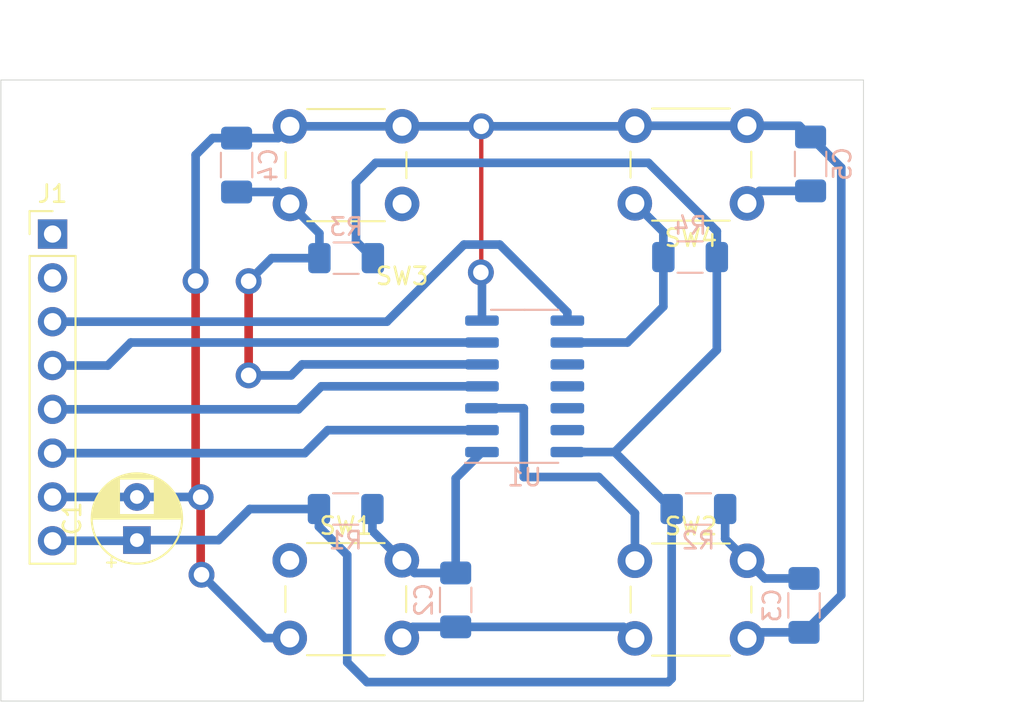
<source format=kicad_pcb>
(kicad_pcb (version 20171130) (host pcbnew "(5.1.9)-1")

  (general
    (thickness 1.6)
    (drawings 11)
    (tracks 114)
    (zones 0)
    (modules 15)
    (nets 13)
  )

  (page A4)
  (layers
    (0 F.Cu signal)
    (31 B.Cu signal)
    (32 B.Adhes user)
    (33 F.Adhes user)
    (34 B.Paste user)
    (35 F.Paste user)
    (36 B.SilkS user hide)
    (37 F.SilkS user)
    (38 B.Mask user)
    (39 F.Mask user)
    (40 Dwgs.User user)
    (41 Cmts.User user)
    (42 Eco1.User user)
    (43 Eco2.User user)
    (44 Edge.Cuts user)
    (45 Margin user)
    (46 B.CrtYd user)
    (47 F.CrtYd user)
    (48 B.Fab user hide)
    (49 F.Fab user hide)
  )

  (setup
    (last_trace_width 0.5)
    (user_trace_width 0.5)
    (trace_clearance 0.2)
    (zone_clearance 0.508)
    (zone_45_only no)
    (trace_min 0.2)
    (via_size 0.8)
    (via_drill 0.4)
    (via_min_size 0.4)
    (via_min_drill 0.3)
    (user_via 1.5 0.9)
    (uvia_size 0.3)
    (uvia_drill 0.1)
    (uvias_allowed no)
    (uvia_min_size 0.2)
    (uvia_min_drill 0.1)
    (edge_width 0.05)
    (segment_width 0.2)
    (pcb_text_width 0.3)
    (pcb_text_size 1.5 1.5)
    (mod_edge_width 0.12)
    (mod_text_size 1 1)
    (mod_text_width 0.15)
    (pad_size 1.325 1.8)
    (pad_drill 0)
    (pad_to_mask_clearance 0)
    (aux_axis_origin 80 70)
    (visible_elements 7FFFFFFF)
    (pcbplotparams
      (layerselection 0x010fc_ffffffff)
      (usegerberextensions false)
      (usegerberattributes true)
      (usegerberadvancedattributes true)
      (creategerberjobfile true)
      (excludeedgelayer true)
      (linewidth 0.100000)
      (plotframeref false)
      (viasonmask false)
      (mode 1)
      (useauxorigin false)
      (hpglpennumber 1)
      (hpglpenspeed 20)
      (hpglpendiameter 15.000000)
      (psnegative false)
      (psa4output false)
      (plotreference true)
      (plotvalue true)
      (plotinvisibletext false)
      (padsonsilk false)
      (subtractmaskfromsilk false)
      (outputformat 1)
      (mirror false)
      (drillshape 1)
      (scaleselection 1)
      (outputdirectory ""))
  )

  (net 0 "")
  (net 1 GND)
  (net 2 +3V3)
  (net 3 "Net-(C2-Pad1)")
  (net 4 "Net-(C3-Pad1)")
  (net 5 "Net-(C4-Pad1)")
  (net 6 "Net-(C5-Pad1)")
  (net 7 D1)
  (net 8 D2)
  (net 9 D3)
  (net 10 D4)
  (net 11 "Net-(J1-Pad2)")
  (net 12 "Net-(J1-Pad1)")

  (net_class Default "This is the default net class."
    (clearance 0.2)
    (trace_width 0.25)
    (via_dia 0.8)
    (via_drill 0.4)
    (uvia_dia 0.3)
    (uvia_drill 0.1)
    (add_net +3V3)
    (add_net D1)
    (add_net D2)
    (add_net D3)
    (add_net D4)
    (add_net GND)
    (add_net "Net-(C2-Pad1)")
    (add_net "Net-(C3-Pad1)")
    (add_net "Net-(C4-Pad1)")
    (add_net "Net-(C5-Pad1)")
    (add_net "Net-(J1-Pad1)")
    (add_net "Net-(J1-Pad2)")
  )

  (module Connector_PinHeader_2.54mm:PinHeader_1x08_P2.54mm_Vertical (layer F.Cu) (tedit 59FED5CC) (tstamp 6020954B)
    (at 82.9945 78.9305)
    (descr "Through hole straight pin header, 1x08, 2.54mm pitch, single row")
    (tags "Through hole pin header THT 1x08 2.54mm single row")
    (path /6022FCD8)
    (fp_text reference J1 (at 0 -2.33) (layer F.SilkS)
      (effects (font (size 1 1) (thickness 0.15)))
    )
    (fp_text value Conn_01x08_Male (at 0 20.11) (layer F.Fab)
      (effects (font (size 1 1) (thickness 0.15)))
    )
    (fp_text user %R (at 0 8.89 90) (layer F.Fab)
      (effects (font (size 1 1) (thickness 0.15)))
    )
    (fp_line (start -0.635 -1.27) (end 1.27 -1.27) (layer F.Fab) (width 0.1))
    (fp_line (start 1.27 -1.27) (end 1.27 19.05) (layer F.Fab) (width 0.1))
    (fp_line (start 1.27 19.05) (end -1.27 19.05) (layer F.Fab) (width 0.1))
    (fp_line (start -1.27 19.05) (end -1.27 -0.635) (layer F.Fab) (width 0.1))
    (fp_line (start -1.27 -0.635) (end -0.635 -1.27) (layer F.Fab) (width 0.1))
    (fp_line (start -1.33 19.11) (end 1.33 19.11) (layer F.SilkS) (width 0.12))
    (fp_line (start -1.33 1.27) (end -1.33 19.11) (layer F.SilkS) (width 0.12))
    (fp_line (start 1.33 1.27) (end 1.33 19.11) (layer F.SilkS) (width 0.12))
    (fp_line (start -1.33 1.27) (end 1.33 1.27) (layer F.SilkS) (width 0.12))
    (fp_line (start -1.33 0) (end -1.33 -1.33) (layer F.SilkS) (width 0.12))
    (fp_line (start -1.33 -1.33) (end 0 -1.33) (layer F.SilkS) (width 0.12))
    (fp_line (start -1.8 -1.8) (end -1.8 19.55) (layer F.CrtYd) (width 0.05))
    (fp_line (start -1.8 19.55) (end 1.8 19.55) (layer F.CrtYd) (width 0.05))
    (fp_line (start 1.8 19.55) (end 1.8 -1.8) (layer F.CrtYd) (width 0.05))
    (fp_line (start 1.8 -1.8) (end -1.8 -1.8) (layer F.CrtYd) (width 0.05))
    (pad 8 thru_hole oval (at 0 17.78) (size 1.7 1.7) (drill 1) (layers *.Cu *.Mask)
      (net 2 +3V3))
    (pad 7 thru_hole oval (at 0 15.24) (size 1.7 1.7) (drill 1) (layers *.Cu *.Mask)
      (net 1 GND))
    (pad 6 thru_hole oval (at 0 12.7) (size 1.7 1.7) (drill 1) (layers *.Cu *.Mask)
      (net 7 D1))
    (pad 5 thru_hole oval (at 0 10.16) (size 1.7 1.7) (drill 1) (layers *.Cu *.Mask)
      (net 8 D2))
    (pad 4 thru_hole oval (at 0 7.62) (size 1.7 1.7) (drill 1) (layers *.Cu *.Mask)
      (net 9 D3))
    (pad 3 thru_hole oval (at 0 5.08) (size 1.7 1.7) (drill 1) (layers *.Cu *.Mask)
      (net 10 D4))
    (pad 2 thru_hole oval (at 0 2.54) (size 1.7 1.7) (drill 1) (layers *.Cu *.Mask)
      (net 11 "Net-(J1-Pad2)"))
    (pad 1 thru_hole rect (at 0 0) (size 1.7 1.7) (drill 1) (layers *.Cu *.Mask)
      (net 12 "Net-(J1-Pad1)"))
    (model ${KISYS3DMOD}/Connector_PinHeader_2.54mm.3dshapes/PinHeader_1x08_P2.54mm_Vertical.wrl
      (at (xyz 0 0 0))
      (scale (xyz 1 1 1))
      (rotate (xyz 0 0 0))
    )
  )

  (module Button_Switch_THT:SW_PUSH_6mm_H5mm locked (layer F.Cu) (tedit 60224186) (tstamp 602095EC)
    (at 100 75 180)
    (descr "tactile push button, 6x6mm e.g. PHAP33xx series, height=5mm")
    (tags "tact sw push 6mm")
    (path /6025BD18)
    (fp_text reference SW3 (at -3.25748 -6.3688) (layer F.SilkS)
      (effects (font (size 1 1) (thickness 0.15)))
    )
    (fp_text value SW_Push (at -2.75748 2.3312) (layer F.Fab)
      (effects (font (size 1 1) (thickness 0.15)))
    )
    (fp_text user %R (at -3.25748 -2.1188) (layer F.Fab)
      (effects (font (size 1 1) (thickness 0.15)))
    )
    (fp_line (start -0.00628 -2.9344) (end 2.99372 -2.9344) (layer F.Fab) (width 0.1))
    (fp_line (start 2.99372 -2.9344) (end 2.99372 3.0656) (layer F.Fab) (width 0.1))
    (fp_line (start 2.99372 3.0656) (end -3.00628 3.0656) (layer F.Fab) (width 0.1))
    (fp_line (start -3.00628 3.0656) (end -3.00628 -2.9344) (layer F.Fab) (width 0.1))
    (fp_line (start -3.00628 -2.9344) (end -0.00628 -2.9344) (layer F.Fab) (width 0.1))
    (fp_line (start 4.49372 3.8156) (end 4.74372 3.8156) (layer F.CrtYd) (width 0.05))
    (fp_line (start 4.74372 3.8156) (end 4.74372 3.5656) (layer F.CrtYd) (width 0.05))
    (fp_line (start 4.49372 -3.6844) (end 4.74372 -3.6844) (layer F.CrtYd) (width 0.05))
    (fp_line (start 4.74372 -3.6844) (end 4.74372 -3.4344) (layer F.CrtYd) (width 0.05))
    (fp_line (start -4.75628 -3.4344) (end -4.75628 -3.6844) (layer F.CrtYd) (width 0.05))
    (fp_line (start -4.75628 -3.6844) (end -4.50628 -3.6844) (layer F.CrtYd) (width 0.05))
    (fp_line (start -4.75628 3.5656) (end -4.75628 3.8156) (layer F.CrtYd) (width 0.05))
    (fp_line (start -4.75628 3.8156) (end -4.50628 3.8156) (layer F.CrtYd) (width 0.05))
    (fp_line (start -4.50628 -3.6844) (end 4.49372 -3.6844) (layer F.CrtYd) (width 0.05))
    (fp_line (start -4.75628 3.5656) (end -4.75628 -3.4344) (layer F.CrtYd) (width 0.05))
    (fp_line (start 4.49372 3.8156) (end -4.50628 3.8156) (layer F.CrtYd) (width 0.05))
    (fp_line (start 4.74372 -3.4344) (end 4.74372 3.5656) (layer F.CrtYd) (width 0.05))
    (fp_line (start -2.25628 3.3156) (end 2.24372 3.3156) (layer F.SilkS) (width 0.12))
    (fp_line (start -3.50628 -0.6844) (end -3.50628 0.8156) (layer F.SilkS) (width 0.12))
    (fp_line (start 2.24372 -3.1844) (end -2.25628 -3.1844) (layer F.SilkS) (width 0.12))
    (fp_line (start 3.49372 0.8156) (end 3.49372 -0.6844) (layer F.SilkS) (width 0.12))
    (fp_circle (center -0.00628 0.0656) (end -2.00628 0.3156) (layer F.Fab) (width 0.1))
    (pad 1 thru_hole circle (at 3.24372 -2.1844 270) (size 2 2) (drill 1.1) (layers *.Cu *.Mask)
      (net 5 "Net-(C4-Pad1)"))
    (pad 2 thru_hole circle (at 3.24372 2.3156 270) (size 2 2) (drill 1.1) (layers *.Cu *.Mask)
      (net 1 GND))
    (pad 1 thru_hole circle (at -3.25628 -2.1844 270) (size 2 2) (drill 1.1) (layers *.Cu *.Mask)
      (net 5 "Net-(C4-Pad1)"))
    (pad 2 thru_hole circle (at -3.25628 2.3156 270) (size 2 2) (drill 1.1) (layers *.Cu *.Mask)
      (net 1 GND))
    (model ${KISYS3DMOD}/Button_Switch_THT.3dshapes/SW_PUSH_6mm_H5mm.wrl
      (at (xyz 0 0 0))
      (scale (xyz 1 1 1))
      (rotate (xyz 0 0 0))
    )
  )

  (module Button_Switch_THT:SW_PUSH_6mm_H5mm locked (layer F.Cu) (tedit 6022412C) (tstamp 602095CD)
    (at 120 100)
    (descr "tactile push button, 6x6mm e.g. PHAP33xx series, height=5mm")
    (tags "tact sw push 6mm")
    (path /6025AFC8)
    (fp_text reference SW2 (at 0.00388 -4.13106) (layer F.SilkS)
      (effects (font (size 1 1) (thickness 0.15)))
    )
    (fp_text value SW_Push (at 0.50388 4.56894) (layer F.Fab)
      (effects (font (size 1 1) (thickness 0.15)))
    )
    (fp_text user %R (at 0.00388 0.11894) (layer F.Fab)
      (effects (font (size 1 1) (thickness 0.15)))
    )
    (fp_line (start 0.00388 -2.88106) (end 3.00388 -2.88106) (layer F.Fab) (width 0.1))
    (fp_line (start 3.00388 -2.88106) (end 3.00388 3.11894) (layer F.Fab) (width 0.1))
    (fp_line (start 3.00388 3.11894) (end -2.99612 3.11894) (layer F.Fab) (width 0.1))
    (fp_line (start -2.99612 3.11894) (end -2.99612 -2.88106) (layer F.Fab) (width 0.1))
    (fp_line (start -2.99612 -2.88106) (end 0.00388 -2.88106) (layer F.Fab) (width 0.1))
    (fp_line (start 4.50388 3.86894) (end 4.75388 3.86894) (layer F.CrtYd) (width 0.05))
    (fp_line (start 4.75388 3.86894) (end 4.75388 3.61894) (layer F.CrtYd) (width 0.05))
    (fp_line (start 4.50388 -3.63106) (end 4.75388 -3.63106) (layer F.CrtYd) (width 0.05))
    (fp_line (start 4.75388 -3.63106) (end 4.75388 -3.38106) (layer F.CrtYd) (width 0.05))
    (fp_line (start -4.74612 -3.38106) (end -4.74612 -3.63106) (layer F.CrtYd) (width 0.05))
    (fp_line (start -4.74612 -3.63106) (end -4.49612 -3.63106) (layer F.CrtYd) (width 0.05))
    (fp_line (start -4.74612 3.61894) (end -4.74612 3.86894) (layer F.CrtYd) (width 0.05))
    (fp_line (start -4.74612 3.86894) (end -4.49612 3.86894) (layer F.CrtYd) (width 0.05))
    (fp_line (start -4.49612 -3.63106) (end 4.50388 -3.63106) (layer F.CrtYd) (width 0.05))
    (fp_line (start -4.74612 3.61894) (end -4.74612 -3.38106) (layer F.CrtYd) (width 0.05))
    (fp_line (start 4.50388 3.86894) (end -4.49612 3.86894) (layer F.CrtYd) (width 0.05))
    (fp_line (start 4.75388 -3.38106) (end 4.75388 3.61894) (layer F.CrtYd) (width 0.05))
    (fp_line (start -2.24612 3.36894) (end 2.25388 3.36894) (layer F.SilkS) (width 0.12))
    (fp_line (start -3.49612 -0.63106) (end -3.49612 0.86894) (layer F.SilkS) (width 0.12))
    (fp_line (start 2.25388 -3.13106) (end -2.24612 -3.13106) (layer F.SilkS) (width 0.12))
    (fp_line (start 3.50388 0.86894) (end 3.50388 -0.63106) (layer F.SilkS) (width 0.12))
    (fp_circle (center 0.00388 0.11894) (end -1.99612 0.36894) (layer F.Fab) (width 0.1))
    (pad 1 thru_hole circle (at 3.25388 -2.13106 90) (size 2 2) (drill 1.1) (layers *.Cu *.Mask)
      (net 4 "Net-(C3-Pad1)"))
    (pad 2 thru_hole circle (at 3.25388 2.36894 90) (size 2 2) (drill 1.1) (layers *.Cu *.Mask)
      (net 1 GND))
    (pad 1 thru_hole circle (at -3.24612 -2.13106 90) (size 2 2) (drill 1.1) (layers *.Cu *.Mask)
      (net 4 "Net-(C3-Pad1)"))
    (pad 2 thru_hole circle (at -3.24612 2.36894 90) (size 2 2) (drill 1.1) (layers *.Cu *.Mask)
      (net 1 GND))
    (model ${KISYS3DMOD}/Button_Switch_THT.3dshapes/SW_PUSH_6mm_H5mm.wrl
      (at (xyz 0 0 0))
      (scale (xyz 1 1 1))
      (rotate (xyz 0 0 0))
    )
  )

  (module Button_Switch_THT:SW_PUSH_6mm_H5mm locked (layer F.Cu) (tedit 60224115) (tstamp 602095AE)
    (at 100 100)
    (descr "tactile push button, 6x6mm e.g. PHAP33xx series, height=5mm")
    (tags "tact sw push 6mm")
    (path /602575F7)
    (fp_text reference SW1 (at -0.00628 -4.15646) (layer F.SilkS)
      (effects (font (size 1 1) (thickness 0.15)))
    )
    (fp_text value SW_Push (at 0.49372 4.54354) (layer F.Fab)
      (effects (font (size 1 1) (thickness 0.15)))
    )
    (fp_text user %R (at -0.00628 0.09354) (layer F.Fab)
      (effects (font (size 1 1) (thickness 0.15)))
    )
    (fp_line (start -0.00628 -2.90646) (end 2.99372 -2.90646) (layer F.Fab) (width 0.1))
    (fp_line (start 2.99372 -2.90646) (end 2.99372 3.09354) (layer F.Fab) (width 0.1))
    (fp_line (start 2.99372 3.09354) (end -3.00628 3.09354) (layer F.Fab) (width 0.1))
    (fp_line (start -3.00628 3.09354) (end -3.00628 -2.90646) (layer F.Fab) (width 0.1))
    (fp_line (start -3.00628 -2.90646) (end -0.00628 -2.90646) (layer F.Fab) (width 0.1))
    (fp_line (start 4.49372 3.84354) (end 4.74372 3.84354) (layer F.CrtYd) (width 0.05))
    (fp_line (start 4.74372 3.84354) (end 4.74372 3.59354) (layer F.CrtYd) (width 0.05))
    (fp_line (start 4.49372 -3.65646) (end 4.74372 -3.65646) (layer F.CrtYd) (width 0.05))
    (fp_line (start 4.74372 -3.65646) (end 4.74372 -3.40646) (layer F.CrtYd) (width 0.05))
    (fp_line (start -4.75628 -3.40646) (end -4.75628 -3.65646) (layer F.CrtYd) (width 0.05))
    (fp_line (start -4.75628 -3.65646) (end -4.50628 -3.65646) (layer F.CrtYd) (width 0.05))
    (fp_line (start -4.75628 3.59354) (end -4.75628 3.84354) (layer F.CrtYd) (width 0.05))
    (fp_line (start -4.75628 3.84354) (end -4.50628 3.84354) (layer F.CrtYd) (width 0.05))
    (fp_line (start -4.50628 -3.65646) (end 4.49372 -3.65646) (layer F.CrtYd) (width 0.05))
    (fp_line (start -4.75628 3.59354) (end -4.75628 -3.40646) (layer F.CrtYd) (width 0.05))
    (fp_line (start 4.49372 3.84354) (end -4.50628 3.84354) (layer F.CrtYd) (width 0.05))
    (fp_line (start 4.74372 -3.40646) (end 4.74372 3.59354) (layer F.CrtYd) (width 0.05))
    (fp_line (start -2.25628 3.34354) (end 2.24372 3.34354) (layer F.SilkS) (width 0.12))
    (fp_line (start -3.50628 -0.65646) (end -3.50628 0.84354) (layer F.SilkS) (width 0.12))
    (fp_line (start 2.24372 -3.15646) (end -2.25628 -3.15646) (layer F.SilkS) (width 0.12))
    (fp_line (start 3.49372 0.84354) (end 3.49372 -0.65646) (layer F.SilkS) (width 0.12))
    (fp_circle (center -0.00628 0.09354) (end -2.00628 0.34354) (layer F.Fab) (width 0.1))
    (pad 1 thru_hole circle (at 3.24372 -2.15646 90) (size 2 2) (drill 1.1) (layers *.Cu *.Mask)
      (net 3 "Net-(C2-Pad1)"))
    (pad 2 thru_hole circle (at 3.24372 2.34354 90) (size 2 2) (drill 1.1) (layers *.Cu *.Mask)
      (net 1 GND))
    (pad 1 thru_hole circle (at -3.25628 -2.15646 90) (size 2 2) (drill 1.1) (layers *.Cu *.Mask)
      (net 3 "Net-(C2-Pad1)"))
    (pad 2 thru_hole circle (at -3.25628 2.34354 90) (size 2 2) (drill 1.1) (layers *.Cu *.Mask)
      (net 1 GND))
    (model ${KISYS3DMOD}/Button_Switch_THT.3dshapes/SW_PUSH_6mm_H5mm.wrl
      (at (xyz 0 0 0))
      (scale (xyz 1 1 1))
      (rotate (xyz 0 0 0))
    )
  )

  (module Button_Switch_THT:SW_PUSH_6mm_H5mm locked (layer F.Cu) (tedit 602240F4) (tstamp 6020960B)
    (at 120 75 180)
    (descr "tactile push button, 6x6mm e.g. PHAP33xx series, height=5mm")
    (tags "tact sw push 6mm")
    (path /6025C40F)
    (fp_text reference SW4 (at 0.00134 -4.15392 180) (layer F.SilkS)
      (effects (font (size 1 1) (thickness 0.15)))
    )
    (fp_text value SW_Push (at 0.50134 4.54608 180) (layer F.Fab)
      (effects (font (size 1 1) (thickness 0.15)))
    )
    (fp_text user %R (at 0.00134 0.09608 180) (layer F.Fab)
      (effects (font (size 1 1) (thickness 0.15)))
    )
    (fp_line (start 0.00134 -2.90392) (end 3.00134 -2.90392) (layer F.Fab) (width 0.1))
    (fp_line (start 3.00134 -2.90392) (end 3.00134 3.09608) (layer F.Fab) (width 0.1))
    (fp_line (start 3.00134 3.09608) (end -2.99866 3.09608) (layer F.Fab) (width 0.1))
    (fp_line (start -2.99866 3.09608) (end -2.99866 -2.90392) (layer F.Fab) (width 0.1))
    (fp_line (start -2.99866 -2.90392) (end 0.00134 -2.90392) (layer F.Fab) (width 0.1))
    (fp_line (start 4.50134 3.84608) (end 4.75134 3.84608) (layer F.CrtYd) (width 0.05))
    (fp_line (start 4.75134 3.84608) (end 4.75134 3.59608) (layer F.CrtYd) (width 0.05))
    (fp_line (start 4.50134 -3.65392) (end 4.75134 -3.65392) (layer F.CrtYd) (width 0.05))
    (fp_line (start 4.75134 -3.65392) (end 4.75134 -3.40392) (layer F.CrtYd) (width 0.05))
    (fp_line (start -4.74866 -3.40392) (end -4.74866 -3.65392) (layer F.CrtYd) (width 0.05))
    (fp_line (start -4.74866 -3.65392) (end -4.49866 -3.65392) (layer F.CrtYd) (width 0.05))
    (fp_line (start -4.74866 3.59608) (end -4.74866 3.84608) (layer F.CrtYd) (width 0.05))
    (fp_line (start -4.74866 3.84608) (end -4.49866 3.84608) (layer F.CrtYd) (width 0.05))
    (fp_line (start -4.49866 -3.65392) (end 4.50134 -3.65392) (layer F.CrtYd) (width 0.05))
    (fp_line (start -4.74866 3.59608) (end -4.74866 -3.40392) (layer F.CrtYd) (width 0.05))
    (fp_line (start 4.50134 3.84608) (end -4.49866 3.84608) (layer F.CrtYd) (width 0.05))
    (fp_line (start 4.75134 -3.40392) (end 4.75134 3.59608) (layer F.CrtYd) (width 0.05))
    (fp_line (start -2.24866 3.34608) (end 2.25134 3.34608) (layer F.SilkS) (width 0.12))
    (fp_line (start -3.49866 -0.65392) (end -3.49866 0.84608) (layer F.SilkS) (width 0.12))
    (fp_line (start 2.25134 -3.15392) (end -2.24866 -3.15392) (layer F.SilkS) (width 0.12))
    (fp_line (start 3.50134 0.84608) (end 3.50134 -0.65392) (layer F.SilkS) (width 0.12))
    (fp_circle (center 0.00134 0.09608) (end -1.99866 0.34608) (layer F.Fab) (width 0.1))
    (pad 1 thru_hole circle (at 3.25134 -2.15392 270) (size 2 2) (drill 1.1) (layers *.Cu *.Mask)
      (net 6 "Net-(C5-Pad1)"))
    (pad 2 thru_hole circle (at 3.25134 2.34608 270) (size 2 2) (drill 1.1) (layers *.Cu *.Mask)
      (net 1 GND))
    (pad 1 thru_hole circle (at -3.24866 -2.15392 270) (size 2 2) (drill 1.1) (layers *.Cu *.Mask)
      (net 6 "Net-(C5-Pad1)"))
    (pad 2 thru_hole circle (at -3.24866 2.34608 270) (size 2 2) (drill 1.1) (layers *.Cu *.Mask)
      (net 1 GND))
    (model ${KISYS3DMOD}/Button_Switch_THT.3dshapes/SW_PUSH_6mm_H5mm.wrl
      (at (xyz 0 0 0))
      (scale (xyz 1 1 1))
      (rotate (xyz 0 0 0))
    )
  )

  (module Package_SO:SOIC-14_3.9x8.7mm_P1.27mm (layer B.Cu) (tedit 5D9F72B1) (tstamp 6020962B)
    (at 110.3615 87.757)
    (descr "SOIC, 14 Pin (JEDEC MS-012AB, https://www.analog.com/media/en/package-pcb-resources/package/pkg_pdf/soic_narrow-r/r_14.pdf), generated with kicad-footprint-generator ipc_gullwing_generator.py")
    (tags "SOIC SO")
    (path /601ECBB1)
    (attr smd)
    (fp_text reference U1 (at 0 5.28 180) (layer B.SilkS)
      (effects (font (size 1 1) (thickness 0.15)) (justify mirror))
    )
    (fp_text value 74HC14 (at 0 -5.28 180) (layer B.Fab)
      (effects (font (size 1 1) (thickness 0.15)) (justify mirror))
    )
    (fp_text user %R (at 0 0 180) (layer B.Fab)
      (effects (font (size 0.98 0.98) (thickness 0.15)) (justify mirror))
    )
    (fp_line (start 0 -4.435) (end 1.95 -4.435) (layer B.SilkS) (width 0.12))
    (fp_line (start 0 -4.435) (end -1.95 -4.435) (layer B.SilkS) (width 0.12))
    (fp_line (start 0 4.435) (end 1.95 4.435) (layer B.SilkS) (width 0.12))
    (fp_line (start 0 4.435) (end -3.45 4.435) (layer B.SilkS) (width 0.12))
    (fp_line (start -0.975 4.325) (end 1.95 4.325) (layer B.Fab) (width 0.1))
    (fp_line (start 1.95 4.325) (end 1.95 -4.325) (layer B.Fab) (width 0.1))
    (fp_line (start 1.95 -4.325) (end -1.95 -4.325) (layer B.Fab) (width 0.1))
    (fp_line (start -1.95 -4.325) (end -1.95 3.35) (layer B.Fab) (width 0.1))
    (fp_line (start -1.95 3.35) (end -0.975 4.325) (layer B.Fab) (width 0.1))
    (fp_line (start -3.7 4.58) (end -3.7 -4.58) (layer B.CrtYd) (width 0.05))
    (fp_line (start -3.7 -4.58) (end 3.7 -4.58) (layer B.CrtYd) (width 0.05))
    (fp_line (start 3.7 -4.58) (end 3.7 4.58) (layer B.CrtYd) (width 0.05))
    (fp_line (start 3.7 4.58) (end -3.7 4.58) (layer B.CrtYd) (width 0.05))
    (pad 14 smd roundrect (at 2.475 3.81) (size 1.95 0.6) (layers B.Cu B.Paste B.Mask) (roundrect_rratio 0.25)
      (net 2 +3V3))
    (pad 13 smd roundrect (at 2.475 2.54) (size 1.95 0.6) (layers B.Cu B.Paste B.Mask) (roundrect_rratio 0.25))
    (pad 12 smd roundrect (at 2.475 1.27) (size 1.95 0.6) (layers B.Cu B.Paste B.Mask) (roundrect_rratio 0.25))
    (pad 11 smd roundrect (at 2.475 0) (size 1.95 0.6) (layers B.Cu B.Paste B.Mask) (roundrect_rratio 0.25))
    (pad 10 smd roundrect (at 2.475 -1.27) (size 1.95 0.6) (layers B.Cu B.Paste B.Mask) (roundrect_rratio 0.25))
    (pad 9 smd roundrect (at 2.475 -2.54) (size 1.95 0.6) (layers B.Cu B.Paste B.Mask) (roundrect_rratio 0.25)
      (net 6 "Net-(C5-Pad1)"))
    (pad 8 smd roundrect (at 2.475 -3.81) (size 1.95 0.6) (layers B.Cu B.Paste B.Mask) (roundrect_rratio 0.25)
      (net 10 D4))
    (pad 7 smd roundrect (at -2.475 -3.81) (size 1.95 0.6) (layers B.Cu B.Paste B.Mask) (roundrect_rratio 0.25)
      (net 1 GND))
    (pad 6 smd roundrect (at -2.475 -2.54) (size 1.95 0.6) (layers B.Cu B.Paste B.Mask) (roundrect_rratio 0.25)
      (net 9 D3))
    (pad 5 smd roundrect (at -2.475 -1.27) (size 1.95 0.6) (layers B.Cu B.Paste B.Mask) (roundrect_rratio 0.25)
      (net 5 "Net-(C4-Pad1)"))
    (pad 4 smd roundrect (at -2.475 0) (size 1.95 0.6) (layers B.Cu B.Paste B.Mask) (roundrect_rratio 0.25)
      (net 8 D2))
    (pad 3 smd roundrect (at -2.475 1.27) (size 1.95 0.6) (layers B.Cu B.Paste B.Mask) (roundrect_rratio 0.25)
      (net 4 "Net-(C3-Pad1)"))
    (pad 2 smd roundrect (at -2.475 2.54) (size 1.95 0.6) (layers B.Cu B.Paste B.Mask) (roundrect_rratio 0.25)
      (net 7 D1))
    (pad 1 smd roundrect (at -2.475 3.81) (size 1.95 0.6) (layers B.Cu B.Paste B.Mask) (roundrect_rratio 0.25)
      (net 3 "Net-(C2-Pad1)"))
    (model ${KISYS3DMOD}/Package_SO.3dshapes/SOIC-14_3.9x8.7mm_P1.27mm.wrl
      (at (xyz 0 0 0))
      (scale (xyz 1 1 1))
      (rotate (xyz 0 0 0))
    )
  )

  (module Resistor_SMD:R_1206_3216Metric_Pad1.30x1.75mm_HandSolder (layer B.Cu) (tedit 5F68FEEE) (tstamp 6020958F)
    (at 119.9515 80.264 180)
    (descr "Resistor SMD 1206 (3216 Metric), square (rectangular) end terminal, IPC_7351 nominal with elongated pad for handsoldering. (Body size source: IPC-SM-782 page 72, https://www.pcb-3d.com/wordpress/wp-content/uploads/ipc-sm-782a_amendment_1_and_2.pdf), generated with kicad-footprint-generator")
    (tags "resistor handsolder")
    (path /602248C6)
    (attr smd)
    (fp_text reference R4 (at 0 1.82) (layer B.SilkS)
      (effects (font (size 1 1) (thickness 0.15)) (justify mirror))
    )
    (fp_text value R (at 0 -1.82) (layer B.Fab)
      (effects (font (size 1 1) (thickness 0.15)) (justify mirror))
    )
    (fp_text user %R (at 0 0) (layer B.Fab)
      (effects (font (size 0.8 0.8) (thickness 0.12)) (justify mirror))
    )
    (fp_line (start -1.6 -0.8) (end -1.6 0.8) (layer B.Fab) (width 0.1))
    (fp_line (start -1.6 0.8) (end 1.6 0.8) (layer B.Fab) (width 0.1))
    (fp_line (start 1.6 0.8) (end 1.6 -0.8) (layer B.Fab) (width 0.1))
    (fp_line (start 1.6 -0.8) (end -1.6 -0.8) (layer B.Fab) (width 0.1))
    (fp_line (start -0.727064 0.91) (end 0.727064 0.91) (layer B.SilkS) (width 0.12))
    (fp_line (start -0.727064 -0.91) (end 0.727064 -0.91) (layer B.SilkS) (width 0.12))
    (fp_line (start -2.45 -1.12) (end -2.45 1.12) (layer B.CrtYd) (width 0.05))
    (fp_line (start -2.45 1.12) (end 2.45 1.12) (layer B.CrtYd) (width 0.05))
    (fp_line (start 2.45 1.12) (end 2.45 -1.12) (layer B.CrtYd) (width 0.05))
    (fp_line (start 2.45 -1.12) (end -2.45 -1.12) (layer B.CrtYd) (width 0.05))
    (pad 2 smd roundrect (at 1.55 0 180) (size 1.3 1.75) (layers B.Cu B.Paste B.Mask) (roundrect_rratio 0.192308)
      (net 6 "Net-(C5-Pad1)"))
    (pad 1 smd roundrect (at -1.55 0 180) (size 1.3 1.75) (layers B.Cu B.Paste B.Mask) (roundrect_rratio 0.192308)
      (net 2 +3V3))
    (model ${KISYS3DMOD}/Resistor_SMD.3dshapes/R_1206_3216Metric.wrl
      (at (xyz 0 0 0))
      (scale (xyz 1 1 1))
      (rotate (xyz 0 0 0))
    )
  )

  (module Resistor_SMD:R_1206_3216Metric_Pad1.30x1.75mm_HandSolder (layer B.Cu) (tedit 5F68FEEE) (tstamp 6020957E)
    (at 100.0125 80.3275 180)
    (descr "Resistor SMD 1206 (3216 Metric), square (rectangular) end terminal, IPC_7351 nominal with elongated pad for handsoldering. (Body size source: IPC-SM-782 page 72, https://www.pcb-3d.com/wordpress/wp-content/uploads/ipc-sm-782a_amendment_1_and_2.pdf), generated with kicad-footprint-generator")
    (tags "resistor handsolder")
    (path /6021685C)
    (attr smd)
    (fp_text reference R3 (at 0 1.82) (layer B.SilkS)
      (effects (font (size 1 1) (thickness 0.15)) (justify mirror))
    )
    (fp_text value R (at 0 -1.82) (layer B.Fab)
      (effects (font (size 1 1) (thickness 0.15)) (justify mirror))
    )
    (fp_text user %R (at 0.0635 0.254) (layer B.Fab)
      (effects (font (size 0.8 0.8) (thickness 0.12)) (justify mirror))
    )
    (fp_line (start -1.6 -0.8) (end -1.6 0.8) (layer B.Fab) (width 0.1))
    (fp_line (start -1.6 0.8) (end 1.6 0.8) (layer B.Fab) (width 0.1))
    (fp_line (start 1.6 0.8) (end 1.6 -0.8) (layer B.Fab) (width 0.1))
    (fp_line (start 1.6 -0.8) (end -1.6 -0.8) (layer B.Fab) (width 0.1))
    (fp_line (start -0.727064 0.91) (end 0.727064 0.91) (layer B.SilkS) (width 0.12))
    (fp_line (start -0.727064 -0.91) (end 0.727064 -0.91) (layer B.SilkS) (width 0.12))
    (fp_line (start -2.45 -1.12) (end -2.45 1.12) (layer B.CrtYd) (width 0.05))
    (fp_line (start -2.45 1.12) (end 2.45 1.12) (layer B.CrtYd) (width 0.05))
    (fp_line (start 2.45 1.12) (end 2.45 -1.12) (layer B.CrtYd) (width 0.05))
    (fp_line (start 2.45 -1.12) (end -2.45 -1.12) (layer B.CrtYd) (width 0.05))
    (pad 2 smd roundrect (at 1.55 0 180) (size 1.3 1.75) (layers B.Cu B.Paste B.Mask) (roundrect_rratio 0.192308)
      (net 5 "Net-(C4-Pad1)"))
    (pad 1 smd roundrect (at -1.55 0 180) (size 1.3 1.75) (layers B.Cu B.Paste B.Mask) (roundrect_rratio 0.192308)
      (net 2 +3V3))
    (model ${KISYS3DMOD}/Resistor_SMD.3dshapes/R_1206_3216Metric.wrl
      (at (xyz 0 0 0))
      (scale (xyz 1 1 1))
      (rotate (xyz 0 0 0))
    )
  )

  (module Resistor_SMD:R_1206_3216Metric_Pad1.30x1.75mm_HandSolder (layer B.Cu) (tedit 5F68FEEE) (tstamp 6020956D)
    (at 120.4335 94.869)
    (descr "Resistor SMD 1206 (3216 Metric), square (rectangular) end terminal, IPC_7351 nominal with elongated pad for handsoldering. (Body size source: IPC-SM-782 page 72, https://www.pcb-3d.com/wordpress/wp-content/uploads/ipc-sm-782a_amendment_1_and_2.pdf), generated with kicad-footprint-generator")
    (tags "resistor handsolder")
    (path /602130F2)
    (attr smd)
    (fp_text reference R2 (at 0 1.82) (layer B.SilkS)
      (effects (font (size 1 1) (thickness 0.15)) (justify mirror))
    )
    (fp_text value R (at 0 -1.82) (layer B.Fab)
      (effects (font (size 1 1) (thickness 0.15)) (justify mirror))
    )
    (fp_text user %R (at 0 0) (layer B.Fab)
      (effects (font (size 0.8 0.8) (thickness 0.12)) (justify mirror))
    )
    (fp_line (start -1.6 -0.8) (end -1.6 0.8) (layer B.Fab) (width 0.1))
    (fp_line (start -1.6 0.8) (end 1.6 0.8) (layer B.Fab) (width 0.1))
    (fp_line (start 1.6 0.8) (end 1.6 -0.8) (layer B.Fab) (width 0.1))
    (fp_line (start 1.6 -0.8) (end -1.6 -0.8) (layer B.Fab) (width 0.1))
    (fp_line (start -0.727064 0.91) (end 0.727064 0.91) (layer B.SilkS) (width 0.12))
    (fp_line (start -0.727064 -0.91) (end 0.727064 -0.91) (layer B.SilkS) (width 0.12))
    (fp_line (start -2.45 -1.12) (end -2.45 1.12) (layer B.CrtYd) (width 0.05))
    (fp_line (start -2.45 1.12) (end 2.45 1.12) (layer B.CrtYd) (width 0.05))
    (fp_line (start 2.45 1.12) (end 2.45 -1.12) (layer B.CrtYd) (width 0.05))
    (fp_line (start 2.45 -1.12) (end -2.45 -1.12) (layer B.CrtYd) (width 0.05))
    (pad 2 smd roundrect (at 1.55 0) (size 1.3 1.75) (layers B.Cu B.Paste B.Mask) (roundrect_rratio 0.192308)
      (net 4 "Net-(C3-Pad1)"))
    (pad 1 smd roundrect (at -1.55 0) (size 1.3 1.75) (layers B.Cu B.Paste B.Mask) (roundrect_rratio 0.192308)
      (net 2 +3V3))
    (model ${KISYS3DMOD}/Resistor_SMD.3dshapes/R_1206_3216Metric.wrl
      (at (xyz 0 0 0))
      (scale (xyz 1 1 1))
      (rotate (xyz 0 0 0))
    )
  )

  (module Resistor_SMD:R_1206_3216Metric_Pad1.30x1.75mm_HandSolder (layer B.Cu) (tedit 5F68FEEE) (tstamp 6020955C)
    (at 99.9865 94.869)
    (descr "Resistor SMD 1206 (3216 Metric), square (rectangular) end terminal, IPC_7351 nominal with elongated pad for handsoldering. (Body size source: IPC-SM-782 page 72, https://www.pcb-3d.com/wordpress/wp-content/uploads/ipc-sm-782a_amendment_1_and_2.pdf), generated with kicad-footprint-generator")
    (tags "resistor handsolder")
    (path /601FD7A2)
    (attr smd)
    (fp_text reference R1 (at 0 1.82) (layer B.SilkS)
      (effects (font (size 1 1) (thickness 0.15)) (justify mirror))
    )
    (fp_text value R (at 0 -1.82) (layer B.Fab)
      (effects (font (size 1 1) (thickness 0.15)) (justify mirror))
    )
    (fp_text user %R (at 0 0) (layer B.Fab)
      (effects (font (size 0.8 0.8) (thickness 0.12)) (justify mirror))
    )
    (fp_line (start -1.6 -0.8) (end -1.6 0.8) (layer B.Fab) (width 0.1))
    (fp_line (start -1.6 0.8) (end 1.6 0.8) (layer B.Fab) (width 0.1))
    (fp_line (start 1.6 0.8) (end 1.6 -0.8) (layer B.Fab) (width 0.1))
    (fp_line (start 1.6 -0.8) (end -1.6 -0.8) (layer B.Fab) (width 0.1))
    (fp_line (start -0.727064 0.91) (end 0.727064 0.91) (layer B.SilkS) (width 0.12))
    (fp_line (start -0.727064 -0.91) (end 0.727064 -0.91) (layer B.SilkS) (width 0.12))
    (fp_line (start -2.45 -1.12) (end -2.45 1.12) (layer B.CrtYd) (width 0.05))
    (fp_line (start -2.45 1.12) (end 2.45 1.12) (layer B.CrtYd) (width 0.05))
    (fp_line (start 2.45 1.12) (end 2.45 -1.12) (layer B.CrtYd) (width 0.05))
    (fp_line (start 2.45 -1.12) (end -2.45 -1.12) (layer B.CrtYd) (width 0.05))
    (pad 2 smd roundrect (at 1.55 0) (size 1.3 1.75) (layers B.Cu B.Paste B.Mask) (roundrect_rratio 0.192308)
      (net 3 "Net-(C2-Pad1)"))
    (pad 1 smd roundrect (at -1.55 0) (size 1.3 1.75) (layers B.Cu B.Paste B.Mask) (roundrect_rratio 0.192308)
      (net 2 +3V3))
    (model ${KISYS3DMOD}/Resistor_SMD.3dshapes/R_1206_3216Metric.wrl
      (at (xyz 0 0 0))
      (scale (xyz 1 1 1))
      (rotate (xyz 0 0 0))
    )
  )

  (module Capacitor_SMD:C_1206_3216Metric_Pad1.33x1.80mm_HandSolder (layer B.Cu) (tedit 5F68FEEF) (tstamp 6020952F)
    (at 126.9365 74.8665 90)
    (descr "Capacitor SMD 1206 (3216 Metric), square (rectangular) end terminal, IPC_7351 nominal with elongated pad for handsoldering. (Body size source: IPC-SM-782 page 76, https://www.pcb-3d.com/wordpress/wp-content/uploads/ipc-sm-782a_amendment_1_and_2.pdf), generated with kicad-footprint-generator")
    (tags "capacitor handsolder")
    (path /602248CC)
    (attr smd)
    (fp_text reference C5 (at 0 1.85 270) (layer B.SilkS)
      (effects (font (size 1 1) (thickness 0.15)) (justify mirror))
    )
    (fp_text value C (at 0 -1.85 270) (layer B.Fab)
      (effects (font (size 1 1) (thickness 0.15)) (justify mirror))
    )
    (fp_text user %R (at 0 0 270) (layer B.Fab)
      (effects (font (size 0.8 0.8) (thickness 0.12)) (justify mirror))
    )
    (fp_line (start -1.6 -0.8) (end -1.6 0.8) (layer B.Fab) (width 0.1))
    (fp_line (start -1.6 0.8) (end 1.6 0.8) (layer B.Fab) (width 0.1))
    (fp_line (start 1.6 0.8) (end 1.6 -0.8) (layer B.Fab) (width 0.1))
    (fp_line (start 1.6 -0.8) (end -1.6 -0.8) (layer B.Fab) (width 0.1))
    (fp_line (start -0.711252 0.91) (end 0.711252 0.91) (layer B.SilkS) (width 0.12))
    (fp_line (start -0.711252 -0.91) (end 0.711252 -0.91) (layer B.SilkS) (width 0.12))
    (fp_line (start -2.48 -1.15) (end -2.48 1.15) (layer B.CrtYd) (width 0.05))
    (fp_line (start -2.48 1.15) (end 2.48 1.15) (layer B.CrtYd) (width 0.05))
    (fp_line (start 2.48 1.15) (end 2.48 -1.15) (layer B.CrtYd) (width 0.05))
    (fp_line (start 2.48 -1.15) (end -2.48 -1.15) (layer B.CrtYd) (width 0.05))
    (pad 2 smd roundrect (at 1.5625 0 90) (size 1.325 1.8) (layers B.Cu B.Paste B.Mask) (roundrect_rratio 0.188679)
      (net 1 GND))
    (pad 1 smd roundrect (at -1.5625 0 90) (size 1.325 1.8) (layers B.Cu B.Paste B.Mask) (roundrect_rratio 0.188679)
      (net 6 "Net-(C5-Pad1)"))
    (model ${KISYS3DMOD}/Capacitor_SMD.3dshapes/C_1206_3216Metric.wrl
      (at (xyz 0 0 0))
      (scale (xyz 1 1 1))
      (rotate (xyz 0 0 0))
    )
  )

  (module Capacitor_SMD:C_1206_3216Metric_Pad1.33x1.80mm_HandSolder (layer B.Cu) (tedit 5F68FEEF) (tstamp 6020951E)
    (at 93.6625 74.93 90)
    (descr "Capacitor SMD 1206 (3216 Metric), square (rectangular) end terminal, IPC_7351 nominal with elongated pad for handsoldering. (Body size source: IPC-SM-782 page 76, https://www.pcb-3d.com/wordpress/wp-content/uploads/ipc-sm-782a_amendment_1_and_2.pdf), generated with kicad-footprint-generator")
    (tags "capacitor handsolder")
    (path /60216862)
    (attr smd)
    (fp_text reference C4 (at 0 1.85 270) (layer B.SilkS)
      (effects (font (size 1 1) (thickness 0.15)) (justify mirror))
    )
    (fp_text value C (at 0 -1.85 270) (layer B.Fab)
      (effects (font (size 1 1) (thickness 0.15)) (justify mirror))
    )
    (fp_text user %R (at 0 0 270) (layer B.Fab)
      (effects (font (size 0.8 0.8) (thickness 0.12)) (justify mirror))
    )
    (fp_line (start -1.6 -0.8) (end -1.6 0.8) (layer B.Fab) (width 0.1))
    (fp_line (start -1.6 0.8) (end 1.6 0.8) (layer B.Fab) (width 0.1))
    (fp_line (start 1.6 0.8) (end 1.6 -0.8) (layer B.Fab) (width 0.1))
    (fp_line (start 1.6 -0.8) (end -1.6 -0.8) (layer B.Fab) (width 0.1))
    (fp_line (start -0.711252 0.91) (end 0.711252 0.91) (layer B.SilkS) (width 0.12))
    (fp_line (start -0.711252 -0.91) (end 0.711252 -0.91) (layer B.SilkS) (width 0.12))
    (fp_line (start -2.48 -1.15) (end -2.48 1.15) (layer B.CrtYd) (width 0.05))
    (fp_line (start -2.48 1.15) (end 2.48 1.15) (layer B.CrtYd) (width 0.05))
    (fp_line (start 2.48 1.15) (end 2.48 -1.15) (layer B.CrtYd) (width 0.05))
    (fp_line (start 2.48 -1.15) (end -2.48 -1.15) (layer B.CrtYd) (width 0.05))
    (pad 2 smd roundrect (at 1.5625 0 90) (size 1.325 1.8) (layers B.Cu B.Paste B.Mask) (roundrect_rratio 0.188679)
      (net 1 GND))
    (pad 1 smd roundrect (at -1.5625 0 90) (size 1.325 1.8) (layers B.Cu B.Paste B.Mask) (roundrect_rratio 0.188679)
      (net 5 "Net-(C4-Pad1)"))
    (model ${KISYS3DMOD}/Capacitor_SMD.3dshapes/C_1206_3216Metric.wrl
      (at (xyz 0 0 0))
      (scale (xyz 1 1 1))
      (rotate (xyz 0 0 0))
    )
  )

  (module Capacitor_SMD:C_1206_3216Metric_Pad1.33x1.80mm_HandSolder (layer B.Cu) (tedit 5F68FEEF) (tstamp 6020950D)
    (at 126.5555 100.457 270)
    (descr "Capacitor SMD 1206 (3216 Metric), square (rectangular) end terminal, IPC_7351 nominal with elongated pad for handsoldering. (Body size source: IPC-SM-782 page 76, https://www.pcb-3d.com/wordpress/wp-content/uploads/ipc-sm-782a_amendment_1_and_2.pdf), generated with kicad-footprint-generator")
    (tags "capacitor handsolder")
    (path /602130F8)
    (attr smd)
    (fp_text reference C3 (at 0 1.85 270) (layer B.SilkS)
      (effects (font (size 1 1) (thickness 0.15)) (justify mirror))
    )
    (fp_text value C (at 0 -1.85 270) (layer B.Fab)
      (effects (font (size 1 1) (thickness 0.15)) (justify mirror))
    )
    (fp_text user %R (at 0 0 270) (layer B.Fab)
      (effects (font (size 0.8 0.8) (thickness 0.12)) (justify mirror))
    )
    (fp_line (start -1.6 -0.8) (end -1.6 0.8) (layer B.Fab) (width 0.1))
    (fp_line (start -1.6 0.8) (end 1.6 0.8) (layer B.Fab) (width 0.1))
    (fp_line (start 1.6 0.8) (end 1.6 -0.8) (layer B.Fab) (width 0.1))
    (fp_line (start 1.6 -0.8) (end -1.6 -0.8) (layer B.Fab) (width 0.1))
    (fp_line (start -0.711252 0.91) (end 0.711252 0.91) (layer B.SilkS) (width 0.12))
    (fp_line (start -0.711252 -0.91) (end 0.711252 -0.91) (layer B.SilkS) (width 0.12))
    (fp_line (start -2.48 -1.15) (end -2.48 1.15) (layer B.CrtYd) (width 0.05))
    (fp_line (start -2.48 1.15) (end 2.48 1.15) (layer B.CrtYd) (width 0.05))
    (fp_line (start 2.48 1.15) (end 2.48 -1.15) (layer B.CrtYd) (width 0.05))
    (fp_line (start 2.48 -1.15) (end -2.48 -1.15) (layer B.CrtYd) (width 0.05))
    (pad 2 smd roundrect (at 1.5625 0 270) (size 1.325 1.8) (layers B.Cu B.Paste B.Mask) (roundrect_rratio 0.188679)
      (net 1 GND))
    (pad 1 smd roundrect (at -1.5625 0 270) (size 1.325 1.8) (layers B.Cu B.Paste B.Mask) (roundrect_rratio 0.188679)
      (net 4 "Net-(C3-Pad1)"))
    (model ${KISYS3DMOD}/Capacitor_SMD.3dshapes/C_1206_3216Metric.wrl
      (at (xyz 0 0 0))
      (scale (xyz 1 1 1))
      (rotate (xyz 0 0 0))
    )
  )

  (module Capacitor_SMD:C_1206_3216Metric_Pad1.33x1.80mm_HandSolder (layer B.Cu) (tedit 5F68FEEF) (tstamp 602094FC)
    (at 106.3625 100.1395 270)
    (descr "Capacitor SMD 1206 (3216 Metric), square (rectangular) end terminal, IPC_7351 nominal with elongated pad for handsoldering. (Body size source: IPC-SM-782 page 76, https://www.pcb-3d.com/wordpress/wp-content/uploads/ipc-sm-782a_amendment_1_and_2.pdf), generated with kicad-footprint-generator")
    (tags "capacitor handsolder")
    (path /601FE133)
    (attr smd)
    (fp_text reference C2 (at 0 1.85 270) (layer B.SilkS)
      (effects (font (size 1 1) (thickness 0.15)) (justify mirror))
    )
    (fp_text value C (at 0 -1.85 270) (layer B.Fab)
      (effects (font (size 1 1) (thickness 0.15)) (justify mirror))
    )
    (fp_text user %R (at 0 0 270) (layer B.Fab)
      (effects (font (size 0.8 0.8) (thickness 0.12)) (justify mirror))
    )
    (fp_line (start -1.6 -0.8) (end -1.6 0.8) (layer B.Fab) (width 0.1))
    (fp_line (start -1.6 0.8) (end 1.6 0.8) (layer B.Fab) (width 0.1))
    (fp_line (start 1.6 0.8) (end 1.6 -0.8) (layer B.Fab) (width 0.1))
    (fp_line (start 1.6 -0.8) (end -1.6 -0.8) (layer B.Fab) (width 0.1))
    (fp_line (start -0.711252 0.91) (end 0.711252 0.91) (layer B.SilkS) (width 0.12))
    (fp_line (start -0.711252 -0.91) (end 0.711252 -0.91) (layer B.SilkS) (width 0.12))
    (fp_line (start -2.48 -1.15) (end -2.48 1.15) (layer B.CrtYd) (width 0.05))
    (fp_line (start -2.48 1.15) (end 2.48 1.15) (layer B.CrtYd) (width 0.05))
    (fp_line (start 2.48 1.15) (end 2.48 -1.15) (layer B.CrtYd) (width 0.05))
    (fp_line (start 2.48 -1.15) (end -2.48 -1.15) (layer B.CrtYd) (width 0.05))
    (pad 2 smd roundrect (at 1.5625 0 270) (size 1.325 1.8) (layers B.Cu B.Paste B.Mask) (roundrect_rratio 0.188679)
      (net 1 GND))
    (pad 1 smd roundrect (at -1.5625 0 270) (size 1.325 1.8) (layers B.Cu B.Paste B.Mask) (roundrect_rratio 0.188679)
      (net 3 "Net-(C2-Pad1)"))
    (model ${KISYS3DMOD}/Capacitor_SMD.3dshapes/C_1206_3216Metric.wrl
      (at (xyz 0 0 0))
      (scale (xyz 1 1 1))
      (rotate (xyz 0 0 0))
    )
  )

  (module Capacitor_THT:CP_Radial_D5.0mm_P2.50mm (layer F.Cu) (tedit 5AE50EF0) (tstamp 602094EB)
    (at 87.884 96.6705 90)
    (descr "CP, Radial series, Radial, pin pitch=2.50mm, , diameter=5mm, Electrolytic Capacitor")
    (tags "CP Radial series Radial pin pitch 2.50mm  diameter 5mm Electrolytic Capacitor")
    (path /6022BC67)
    (fp_text reference C1 (at 1.25 -3.75 90) (layer F.SilkS)
      (effects (font (size 1 1) (thickness 0.15)))
    )
    (fp_text value CP (at 1.25 3.75 90) (layer F.Fab)
      (effects (font (size 1 1) (thickness 0.15)))
    )
    (fp_text user %R (at 1.25 0 90) (layer F.Fab)
      (effects (font (size 1 1) (thickness 0.15)))
    )
    (fp_circle (center 1.25 0) (end 3.75 0) (layer F.Fab) (width 0.1))
    (fp_circle (center 1.25 0) (end 3.87 0) (layer F.SilkS) (width 0.12))
    (fp_circle (center 1.25 0) (end 4 0) (layer F.CrtYd) (width 0.05))
    (fp_line (start -0.883605 -1.0875) (end -0.383605 -1.0875) (layer F.Fab) (width 0.1))
    (fp_line (start -0.633605 -1.3375) (end -0.633605 -0.8375) (layer F.Fab) (width 0.1))
    (fp_line (start 1.25 -2.58) (end 1.25 2.58) (layer F.SilkS) (width 0.12))
    (fp_line (start 1.29 -2.58) (end 1.29 2.58) (layer F.SilkS) (width 0.12))
    (fp_line (start 1.33 -2.579) (end 1.33 2.579) (layer F.SilkS) (width 0.12))
    (fp_line (start 1.37 -2.578) (end 1.37 2.578) (layer F.SilkS) (width 0.12))
    (fp_line (start 1.41 -2.576) (end 1.41 2.576) (layer F.SilkS) (width 0.12))
    (fp_line (start 1.45 -2.573) (end 1.45 2.573) (layer F.SilkS) (width 0.12))
    (fp_line (start 1.49 -2.569) (end 1.49 -1.04) (layer F.SilkS) (width 0.12))
    (fp_line (start 1.49 1.04) (end 1.49 2.569) (layer F.SilkS) (width 0.12))
    (fp_line (start 1.53 -2.565) (end 1.53 -1.04) (layer F.SilkS) (width 0.12))
    (fp_line (start 1.53 1.04) (end 1.53 2.565) (layer F.SilkS) (width 0.12))
    (fp_line (start 1.57 -2.561) (end 1.57 -1.04) (layer F.SilkS) (width 0.12))
    (fp_line (start 1.57 1.04) (end 1.57 2.561) (layer F.SilkS) (width 0.12))
    (fp_line (start 1.61 -2.556) (end 1.61 -1.04) (layer F.SilkS) (width 0.12))
    (fp_line (start 1.61 1.04) (end 1.61 2.556) (layer F.SilkS) (width 0.12))
    (fp_line (start 1.65 -2.55) (end 1.65 -1.04) (layer F.SilkS) (width 0.12))
    (fp_line (start 1.65 1.04) (end 1.65 2.55) (layer F.SilkS) (width 0.12))
    (fp_line (start 1.69 -2.543) (end 1.69 -1.04) (layer F.SilkS) (width 0.12))
    (fp_line (start 1.69 1.04) (end 1.69 2.543) (layer F.SilkS) (width 0.12))
    (fp_line (start 1.73 -2.536) (end 1.73 -1.04) (layer F.SilkS) (width 0.12))
    (fp_line (start 1.73 1.04) (end 1.73 2.536) (layer F.SilkS) (width 0.12))
    (fp_line (start 1.77 -2.528) (end 1.77 -1.04) (layer F.SilkS) (width 0.12))
    (fp_line (start 1.77 1.04) (end 1.77 2.528) (layer F.SilkS) (width 0.12))
    (fp_line (start 1.81 -2.52) (end 1.81 -1.04) (layer F.SilkS) (width 0.12))
    (fp_line (start 1.81 1.04) (end 1.81 2.52) (layer F.SilkS) (width 0.12))
    (fp_line (start 1.85 -2.511) (end 1.85 -1.04) (layer F.SilkS) (width 0.12))
    (fp_line (start 1.85 1.04) (end 1.85 2.511) (layer F.SilkS) (width 0.12))
    (fp_line (start 1.89 -2.501) (end 1.89 -1.04) (layer F.SilkS) (width 0.12))
    (fp_line (start 1.89 1.04) (end 1.89 2.501) (layer F.SilkS) (width 0.12))
    (fp_line (start 1.93 -2.491) (end 1.93 -1.04) (layer F.SilkS) (width 0.12))
    (fp_line (start 1.93 1.04) (end 1.93 2.491) (layer F.SilkS) (width 0.12))
    (fp_line (start 1.971 -2.48) (end 1.971 -1.04) (layer F.SilkS) (width 0.12))
    (fp_line (start 1.971 1.04) (end 1.971 2.48) (layer F.SilkS) (width 0.12))
    (fp_line (start 2.011 -2.468) (end 2.011 -1.04) (layer F.SilkS) (width 0.12))
    (fp_line (start 2.011 1.04) (end 2.011 2.468) (layer F.SilkS) (width 0.12))
    (fp_line (start 2.051 -2.455) (end 2.051 -1.04) (layer F.SilkS) (width 0.12))
    (fp_line (start 2.051 1.04) (end 2.051 2.455) (layer F.SilkS) (width 0.12))
    (fp_line (start 2.091 -2.442) (end 2.091 -1.04) (layer F.SilkS) (width 0.12))
    (fp_line (start 2.091 1.04) (end 2.091 2.442) (layer F.SilkS) (width 0.12))
    (fp_line (start 2.131 -2.428) (end 2.131 -1.04) (layer F.SilkS) (width 0.12))
    (fp_line (start 2.131 1.04) (end 2.131 2.428) (layer F.SilkS) (width 0.12))
    (fp_line (start 2.171 -2.414) (end 2.171 -1.04) (layer F.SilkS) (width 0.12))
    (fp_line (start 2.171 1.04) (end 2.171 2.414) (layer F.SilkS) (width 0.12))
    (fp_line (start 2.211 -2.398) (end 2.211 -1.04) (layer F.SilkS) (width 0.12))
    (fp_line (start 2.211 1.04) (end 2.211 2.398) (layer F.SilkS) (width 0.12))
    (fp_line (start 2.251 -2.382) (end 2.251 -1.04) (layer F.SilkS) (width 0.12))
    (fp_line (start 2.251 1.04) (end 2.251 2.382) (layer F.SilkS) (width 0.12))
    (fp_line (start 2.291 -2.365) (end 2.291 -1.04) (layer F.SilkS) (width 0.12))
    (fp_line (start 2.291 1.04) (end 2.291 2.365) (layer F.SilkS) (width 0.12))
    (fp_line (start 2.331 -2.348) (end 2.331 -1.04) (layer F.SilkS) (width 0.12))
    (fp_line (start 2.331 1.04) (end 2.331 2.348) (layer F.SilkS) (width 0.12))
    (fp_line (start 2.371 -2.329) (end 2.371 -1.04) (layer F.SilkS) (width 0.12))
    (fp_line (start 2.371 1.04) (end 2.371 2.329) (layer F.SilkS) (width 0.12))
    (fp_line (start 2.411 -2.31) (end 2.411 -1.04) (layer F.SilkS) (width 0.12))
    (fp_line (start 2.411 1.04) (end 2.411 2.31) (layer F.SilkS) (width 0.12))
    (fp_line (start 2.451 -2.29) (end 2.451 -1.04) (layer F.SilkS) (width 0.12))
    (fp_line (start 2.451 1.04) (end 2.451 2.29) (layer F.SilkS) (width 0.12))
    (fp_line (start 2.491 -2.268) (end 2.491 -1.04) (layer F.SilkS) (width 0.12))
    (fp_line (start 2.491 1.04) (end 2.491 2.268) (layer F.SilkS) (width 0.12))
    (fp_line (start 2.531 -2.247) (end 2.531 -1.04) (layer F.SilkS) (width 0.12))
    (fp_line (start 2.531 1.04) (end 2.531 2.247) (layer F.SilkS) (width 0.12))
    (fp_line (start 2.571 -2.224) (end 2.571 -1.04) (layer F.SilkS) (width 0.12))
    (fp_line (start 2.571 1.04) (end 2.571 2.224) (layer F.SilkS) (width 0.12))
    (fp_line (start 2.611 -2.2) (end 2.611 -1.04) (layer F.SilkS) (width 0.12))
    (fp_line (start 2.611 1.04) (end 2.611 2.2) (layer F.SilkS) (width 0.12))
    (fp_line (start 2.651 -2.175) (end 2.651 -1.04) (layer F.SilkS) (width 0.12))
    (fp_line (start 2.651 1.04) (end 2.651 2.175) (layer F.SilkS) (width 0.12))
    (fp_line (start 2.691 -2.149) (end 2.691 -1.04) (layer F.SilkS) (width 0.12))
    (fp_line (start 2.691 1.04) (end 2.691 2.149) (layer F.SilkS) (width 0.12))
    (fp_line (start 2.731 -2.122) (end 2.731 -1.04) (layer F.SilkS) (width 0.12))
    (fp_line (start 2.731 1.04) (end 2.731 2.122) (layer F.SilkS) (width 0.12))
    (fp_line (start 2.771 -2.095) (end 2.771 -1.04) (layer F.SilkS) (width 0.12))
    (fp_line (start 2.771 1.04) (end 2.771 2.095) (layer F.SilkS) (width 0.12))
    (fp_line (start 2.811 -2.065) (end 2.811 -1.04) (layer F.SilkS) (width 0.12))
    (fp_line (start 2.811 1.04) (end 2.811 2.065) (layer F.SilkS) (width 0.12))
    (fp_line (start 2.851 -2.035) (end 2.851 -1.04) (layer F.SilkS) (width 0.12))
    (fp_line (start 2.851 1.04) (end 2.851 2.035) (layer F.SilkS) (width 0.12))
    (fp_line (start 2.891 -2.004) (end 2.891 -1.04) (layer F.SilkS) (width 0.12))
    (fp_line (start 2.891 1.04) (end 2.891 2.004) (layer F.SilkS) (width 0.12))
    (fp_line (start 2.931 -1.971) (end 2.931 -1.04) (layer F.SilkS) (width 0.12))
    (fp_line (start 2.931 1.04) (end 2.931 1.971) (layer F.SilkS) (width 0.12))
    (fp_line (start 2.971 -1.937) (end 2.971 -1.04) (layer F.SilkS) (width 0.12))
    (fp_line (start 2.971 1.04) (end 2.971 1.937) (layer F.SilkS) (width 0.12))
    (fp_line (start 3.011 -1.901) (end 3.011 -1.04) (layer F.SilkS) (width 0.12))
    (fp_line (start 3.011 1.04) (end 3.011 1.901) (layer F.SilkS) (width 0.12))
    (fp_line (start 3.051 -1.864) (end 3.051 -1.04) (layer F.SilkS) (width 0.12))
    (fp_line (start 3.051 1.04) (end 3.051 1.864) (layer F.SilkS) (width 0.12))
    (fp_line (start 3.091 -1.826) (end 3.091 -1.04) (layer F.SilkS) (width 0.12))
    (fp_line (start 3.091 1.04) (end 3.091 1.826) (layer F.SilkS) (width 0.12))
    (fp_line (start 3.131 -1.785) (end 3.131 -1.04) (layer F.SilkS) (width 0.12))
    (fp_line (start 3.131 1.04) (end 3.131 1.785) (layer F.SilkS) (width 0.12))
    (fp_line (start 3.171 -1.743) (end 3.171 -1.04) (layer F.SilkS) (width 0.12))
    (fp_line (start 3.171 1.04) (end 3.171 1.743) (layer F.SilkS) (width 0.12))
    (fp_line (start 3.211 -1.699) (end 3.211 -1.04) (layer F.SilkS) (width 0.12))
    (fp_line (start 3.211 1.04) (end 3.211 1.699) (layer F.SilkS) (width 0.12))
    (fp_line (start 3.251 -1.653) (end 3.251 -1.04) (layer F.SilkS) (width 0.12))
    (fp_line (start 3.251 1.04) (end 3.251 1.653) (layer F.SilkS) (width 0.12))
    (fp_line (start 3.291 -1.605) (end 3.291 -1.04) (layer F.SilkS) (width 0.12))
    (fp_line (start 3.291 1.04) (end 3.291 1.605) (layer F.SilkS) (width 0.12))
    (fp_line (start 3.331 -1.554) (end 3.331 -1.04) (layer F.SilkS) (width 0.12))
    (fp_line (start 3.331 1.04) (end 3.331 1.554) (layer F.SilkS) (width 0.12))
    (fp_line (start 3.371 -1.5) (end 3.371 -1.04) (layer F.SilkS) (width 0.12))
    (fp_line (start 3.371 1.04) (end 3.371 1.5) (layer F.SilkS) (width 0.12))
    (fp_line (start 3.411 -1.443) (end 3.411 -1.04) (layer F.SilkS) (width 0.12))
    (fp_line (start 3.411 1.04) (end 3.411 1.443) (layer F.SilkS) (width 0.12))
    (fp_line (start 3.451 -1.383) (end 3.451 -1.04) (layer F.SilkS) (width 0.12))
    (fp_line (start 3.451 1.04) (end 3.451 1.383) (layer F.SilkS) (width 0.12))
    (fp_line (start 3.491 -1.319) (end 3.491 -1.04) (layer F.SilkS) (width 0.12))
    (fp_line (start 3.491 1.04) (end 3.491 1.319) (layer F.SilkS) (width 0.12))
    (fp_line (start 3.531 -1.251) (end 3.531 -1.04) (layer F.SilkS) (width 0.12))
    (fp_line (start 3.531 1.04) (end 3.531 1.251) (layer F.SilkS) (width 0.12))
    (fp_line (start 3.571 -1.178) (end 3.571 1.178) (layer F.SilkS) (width 0.12))
    (fp_line (start 3.611 -1.098) (end 3.611 1.098) (layer F.SilkS) (width 0.12))
    (fp_line (start 3.651 -1.011) (end 3.651 1.011) (layer F.SilkS) (width 0.12))
    (fp_line (start 3.691 -0.915) (end 3.691 0.915) (layer F.SilkS) (width 0.12))
    (fp_line (start 3.731 -0.805) (end 3.731 0.805) (layer F.SilkS) (width 0.12))
    (fp_line (start 3.771 -0.677) (end 3.771 0.677) (layer F.SilkS) (width 0.12))
    (fp_line (start 3.811 -0.518) (end 3.811 0.518) (layer F.SilkS) (width 0.12))
    (fp_line (start 3.851 -0.284) (end 3.851 0.284) (layer F.SilkS) (width 0.12))
    (fp_line (start -1.554775 -1.475) (end -1.054775 -1.475) (layer F.SilkS) (width 0.12))
    (fp_line (start -1.304775 -1.725) (end -1.304775 -1.225) (layer F.SilkS) (width 0.12))
    (pad 2 thru_hole circle (at 2.5 0 90) (size 1.6 1.6) (drill 0.8) (layers *.Cu *.Mask)
      (net 1 GND))
    (pad 1 thru_hole rect (at 0 0 90) (size 1.6 1.6) (drill 0.8) (layers *.Cu *.Mask)
      (net 2 +3V3))
    (model ${KISYS3DMOD}/Capacitor_THT.3dshapes/CP_Radial_D5.0mm_P2.50mm.wrl
      (at (xyz 0 0 0))
      (scale (xyz 1 1 1))
      (rotate (xyz 0 0 0))
    )
  )

  (gr_circle (center 111 77) (end 112 77) (layer Dwgs.User) (width 0.15) (tstamp 6022D8AA))
  (gr_circle (center 111 97) (end 112 97) (layer Dwgs.User) (width 0.15))
  (dimension 36 (width 0.15) (layer Cmts.User)
    (gr_text "36,000 мм" (at 137.9647 88 -90) (layer Cmts.User)
      (effects (font (size 1 1) (thickness 0.15)))
    )
    (feature1 (pts (xy 130 106) (xy 137.251121 106)))
    (feature2 (pts (xy 130 70) (xy 137.251121 70)))
    (crossbar (pts (xy 136.6647 70) (xy 136.6647 106)))
    (arrow1a (pts (xy 136.6647 106) (xy 136.078279 104.873496)))
    (arrow1b (pts (xy 136.6647 106) (xy 137.251121 104.873496)))
    (arrow2a (pts (xy 136.6647 70) (xy 136.078279 71.126504)))
    (arrow2b (pts (xy 136.6647 70) (xy 137.251121 71.126504)))
  )
  (dimension 49.961802 (width 0.15) (layer Cmts.User)
    (gr_text "50 мм" (at 105.0046 66.060546) (layer Cmts.User)
      (effects (font (size 1 1) (thickness 0.15)))
    )
    (feature1 (pts (xy 80.0227 69.9897) (xy 80.023519 66.767775)))
    (feature2 (pts (xy 129.9845 70.0024) (xy 129.985319 66.780475)))
    (crossbar (pts (xy 129.98517 67.366896) (xy 80.02337 67.354196)))
    (arrow1a (pts (xy 80.02337 67.354196) (xy 81.150023 66.768062)))
    (arrow1b (pts (xy 80.02337 67.354196) (xy 81.149725 67.940903)))
    (arrow2a (pts (xy 129.98517 67.366896) (xy 128.858815 66.780189)))
    (arrow2b (pts (xy 129.98517 67.366896) (xy 128.858517 67.95303)))
  )
  (gr_circle (center 87 102) (end 88 102) (layer Dwgs.User) (width 0.15))
  (gr_circle (center 87 74) (end 88 74) (layer Dwgs.User) (width 0.15))
  (gr_circle (center 125 88) (end 126 88) (layer Dwgs.User) (width 0.15))
  (gr_line (start 130 70) (end 80 70) (layer Edge.Cuts) (width 0.05))
  (gr_line (start 130 106) (end 130 70) (layer Edge.Cuts) (width 0.05))
  (gr_line (start 80 106) (end 130 106) (layer Edge.Cuts) (width 0.05))
  (gr_line (start 80 70) (end 80 106) (layer Edge.Cuts) (width 0.05))

  (via (at 91.2876 81.6483) (size 1.5) (drill 0.9) (layers F.Cu B.Cu) (net 1))
  (via (at 91.5797 94.1832) (size 1.5) (drill 0.9) (layers F.Cu B.Cu) (net 1))
  (via (at 91.6305 98.679) (size 1.5) (drill 0.9) (layers F.Cu B.Cu) (net 1))
  (via (at 107.823 81.153) (size 1.5) (drill 0.9) (layers F.Cu B.Cu) (net 1))
  (via (at 94.361 87.122) (size 1.5) (drill 0.9) (layers F.Cu B.Cu) (net 5))
  (via (at 94.361 81.661) (size 1.5) (drill 0.9) (layers F.Cu B.Cu) (net 5))
  (segment (start 103.88526 101.702) (end 103.24372 102.34354) (width 0.5) (layer B.Cu) (net 1))
  (segment (start 106.553 101.702) (end 103.88526 101.702) (width 0.5) (layer B.Cu) (net 1))
  (segment (start 123.60332 102.0195) (end 123.25388 102.36894) (width 0.5) (layer B.Cu) (net 1))
  (segment (start 126.5555 102.0195) (end 123.60332 102.0195) (width 0.5) (layer B.Cu) (net 1))
  (segment (start 82.9945 94.1705) (end 87.884 94.1705) (width 0.5) (layer B.Cu) (net 1))
  (segment (start 96.07318 73.3675) (end 96.75628 72.6844) (width 0.5) (layer B.Cu) (net 1))
  (segment (start 93.6625 73.3675) (end 96.07318 73.3675) (width 0.5) (layer B.Cu) (net 1))
  (segment (start 103.25628 72.6844) (end 96.75628 72.6844) (width 0.5) (layer B.Cu) (net 1))
  (segment (start 126.28642 72.65392) (end 126.9365 73.304) (width 0.5) (layer B.Cu) (net 1))
  (segment (start 123.24866 72.65392) (end 126.28642 72.65392) (width 0.5) (layer B.Cu) (net 1))
  (segment (start 116.71818 72.6844) (end 116.74866 72.65392) (width 0.5) (layer B.Cu) (net 1))
  (segment (start 116.08694 101.702) (end 116.75388 102.36894) (width 0.5) (layer B.Cu) (net 1))
  (segment (start 106.553 101.702) (end 116.08694 101.702) (width 0.5) (layer B.Cu) (net 1))
  (segment (start 107.8865 72.7075) (end 107.9096 72.6844) (width 0.5) (layer B.Cu) (net 1))
  (segment (start 107.9096 72.6844) (end 116.71818 72.6844) (width 0.5) (layer B.Cu) (net 1))
  (segment (start 103.25628 72.6844) (end 107.8461 72.6844) (width 0.5) (layer B.Cu) (net 1))
  (segment (start 126.5555 102.0195) (end 128.7145 99.8605) (width 0.5) (layer B.Cu) (net 1))
  (segment (start 128.7145 75.082) (end 126.9365 73.304) (width 0.5) (layer B.Cu) (net 1))
  (segment (start 128.7145 99.8605) (end 128.7145 75.082) (width 0.5) (layer B.Cu) (net 1))
  (segment (start 123.24866 72.65392) (end 116.74866 72.65392) (width 0.5) (layer B.Cu) (net 1))
  (segment (start 107.8461 72.6844) (end 107.9096 72.6844) (width 0.5) (layer B.Cu) (net 1) (tstamp 6022D28A))
  (via (at 107.8461 72.6844) (size 1.5) (drill 0.9) (layers F.Cu B.Cu) (net 1))
  (segment (start 107.823 83.8835) (end 107.8865 83.947) (width 0.5) (layer B.Cu) (net 1))
  (segment (start 107.8865 81.2165) (end 107.823 81.153) (width 0.5) (layer B.Cu) (net 1))
  (segment (start 107.8865 83.947) (end 107.8865 81.2165) (width 0.5) (layer B.Cu) (net 1))
  (segment (start 107.8461 81.1299) (end 107.823 81.153) (width 0.25) (layer F.Cu) (net 1))
  (segment (start 107.8461 72.6844) (end 107.8461 81.1299) (width 0.25) (layer F.Cu) (net 1))
  (segment (start 91.567 94.1705) (end 91.5797 94.1832) (width 0.5) (layer B.Cu) (net 1))
  (segment (start 87.884 94.1705) (end 91.567 94.1705) (width 0.5) (layer B.Cu) (net 1))
  (segment (start 91.6305 98.679) (end 95.3008 102.3493) (width 0.5) (layer B.Cu) (net 1))
  (segment (start 96.73796 102.3493) (end 96.74372 102.34354) (width 0.5) (layer B.Cu) (net 1))
  (segment (start 95.3008 102.3493) (end 96.73796 102.3493) (width 0.5) (layer B.Cu) (net 1))
  (segment (start 93.6625 73.3675) (end 92.2659 73.3675) (width 0.5) (layer B.Cu) (net 1))
  (segment (start 91.2876 74.3458) (end 92.2659 73.3675) (width 0.5) (layer B.Cu) (net 1))
  (segment (start 91.2876 81.6483) (end 91.2876 74.3458) (width 0.5) (layer B.Cu) (net 1))
  (segment (start 91.2876 93.8911) (end 91.5797 94.1832) (width 0.5) (layer F.Cu) (net 1))
  (segment (start 91.2876 81.6483) (end 91.2876 93.8911) (width 0.5) (layer F.Cu) (net 1))
  (segment (start 91.5797 98.6282) (end 91.6305 98.679) (width 0.5) (layer F.Cu) (net 1))
  (segment (start 91.5797 94.1832) (end 91.5797 98.6282) (width 0.5) (layer F.Cu) (net 1))
  (segment (start 87.844 96.7105) (end 87.884 96.6705) (width 0.5) (layer B.Cu) (net 2))
  (segment (start 82.9945 96.7105) (end 87.844 96.7105) (width 0.5) (layer B.Cu) (net 2))
  (segment (start 112.8365 91.567) (end 113.8115 91.567) (width 0.5) (layer B.Cu) (net 2))
  (segment (start 115.5815 91.567) (end 118.8835 94.869) (width 0.5) (layer B.Cu) (net 2))
  (segment (start 112.8365 91.567) (end 115.5815 91.567) (width 0.5) (layer B.Cu) (net 2))
  (segment (start 121.5015 85.647) (end 115.5815 91.567) (width 0.5) (layer B.Cu) (net 2))
  (segment (start 121.5015 80.264) (end 121.5015 85.647) (width 0.5) (layer B.Cu) (net 2))
  (segment (start 87.884 96.6705) (end 92.623 96.6705) (width 0.5) (layer B.Cu) (net 2))
  (segment (start 94.4245 94.869) (end 98.4365 94.869) (width 0.5) (layer B.Cu) (net 2))
  (segment (start 92.623 96.6705) (end 94.4245 94.869) (width 0.5) (layer B.Cu) (net 2))
  (segment (start 118.8835 104.7) (end 118.6815 104.902) (width 0.5) (layer B.Cu) (net 2))
  (segment (start 118.8835 94.869) (end 118.8835 104.7) (width 0.5) (layer B.Cu) (net 2))
  (segment (start 101.219 104.902) (end 118.6815 104.902) (width 0.5) (layer B.Cu) (net 2))
  (segment (start 100.076 103.759) (end 101.219 104.902) (width 0.5) (layer B.Cu) (net 2))
  (segment (start 100.076 97.536) (end 100.076 103.759) (width 0.5) (layer B.Cu) (net 2))
  (segment (start 98.4365 95.8965) (end 100.076 97.536) (width 0.5) (layer B.Cu) (net 2))
  (segment (start 98.4365 94.869) (end 98.4365 95.8965) (width 0.5) (layer B.Cu) (net 2))
  (segment (start 121.5015 80.264) (end 121.5015 78.766) (width 0.5) (layer B.Cu) (net 2))
  (segment (start 121.5015 78.766) (end 117.5385 74.803) (width 0.5) (layer B.Cu) (net 2))
  (segment (start 117.5385 74.803) (end 101.727 74.803) (width 0.5) (layer B.Cu) (net 2))
  (segment (start 101.727 74.803) (end 100.584 75.946) (width 0.5) (layer B.Cu) (net 2))
  (segment (start 100.584 79.349) (end 101.5625 80.3275) (width 0.5) (layer B.Cu) (net 2))
  (segment (start 100.584 75.946) (end 100.584 79.349) (width 0.5) (layer B.Cu) (net 2))
  (segment (start 101.5365 96.13632) (end 103.24372 97.84354) (width 0.5) (layer B.Cu) (net 3))
  (segment (start 101.5365 94.869) (end 101.5365 96.13632) (width 0.5) (layer B.Cu) (net 3))
  (segment (start 103.97718 98.577) (end 103.24372 97.84354) (width 0.5) (layer B.Cu) (net 3))
  (segment (start 106.553 98.577) (end 103.97718 98.577) (width 0.5) (layer B.Cu) (net 3))
  (segment (start 106.3625 93.091) (end 107.8865 91.567) (width 0.5) (layer B.Cu) (net 3))
  (segment (start 106.3625 98.577) (end 106.3625 93.091) (width 0.5) (layer B.Cu) (net 3))
  (segment (start 121.9835 96.59856) (end 123.25388 97.86894) (width 0.5) (layer B.Cu) (net 4))
  (segment (start 121.9835 94.869) (end 121.9835 96.59856) (width 0.5) (layer B.Cu) (net 4))
  (segment (start 124.27944 98.8945) (end 123.25388 97.86894) (width 0.5) (layer B.Cu) (net 4))
  (segment (start 126.5555 98.8945) (end 124.27944 98.8945) (width 0.5) (layer B.Cu) (net 4))
  (segment (start 107.8865 89.027) (end 110.3122 89.027) (width 0.5) (layer B.Cu) (net 4))
  (segment (start 110.3122 93.0148) (end 114.6556 93.0148) (width 0.5) (layer B.Cu) (net 4))
  (segment (start 110.3122 89.027) (end 110.3122 93.0148) (width 0.5) (layer B.Cu) (net 4))
  (segment (start 116.75388 95.11308) (end 116.75388 97.86894) (width 0.5) (layer B.Cu) (net 4))
  (segment (start 114.6556 93.0148) (end 116.75388 95.11308) (width 0.5) (layer B.Cu) (net 4))
  (segment (start 96.06438 76.4925) (end 96.75628 77.1844) (width 0.5) (layer B.Cu) (net 5))
  (segment (start 93.6625 76.4925) (end 96.06438 76.4925) (width 0.5) (layer B.Cu) (net 5))
  (segment (start 98.4625 78.89062) (end 96.75628 77.1844) (width 0.5) (layer B.Cu) (net 5))
  (segment (start 98.4625 80.3275) (end 98.4625 78.89062) (width 0.5) (layer B.Cu) (net 5))
  (segment (start 95.6945 80.3275) (end 94.361 81.661) (width 0.5) (layer B.Cu) (net 5))
  (segment (start 98.4625 80.3275) (end 95.6945 80.3275) (width 0.5) (layer B.Cu) (net 5))
  (segment (start 94.361 81.661) (end 94.361 86.614) (width 0.5) (layer F.Cu) (net 5))
  (segment (start 107.8865 86.487) (end 97.4598 86.487) (width 0.5) (layer B.Cu) (net 5))
  (segment (start 96.8248 87.122) (end 94.361 87.122) (width 0.5) (layer B.Cu) (net 5))
  (segment (start 97.4598 86.487) (end 96.8248 87.122) (width 0.5) (layer B.Cu) (net 5))
  (segment (start 123.97358 76.429) (end 123.24866 77.15392) (width 0.5) (layer B.Cu) (net 6))
  (segment (start 126.9365 76.429) (end 123.97358 76.429) (width 0.5) (layer B.Cu) (net 6))
  (segment (start 118.4015 78.80676) (end 116.74866 77.15392) (width 0.5) (layer B.Cu) (net 6))
  (segment (start 118.4015 80.264) (end 118.4015 78.80676) (width 0.5) (layer B.Cu) (net 6))
  (segment (start 112.8365 85.217) (end 116.3193 85.217) (width 0.5) (layer B.Cu) (net 6))
  (segment (start 118.4015 83.1348) (end 118.4015 80.264) (width 0.5) (layer B.Cu) (net 6))
  (segment (start 116.3193 85.217) (end 118.4015 83.1348) (width 0.5) (layer B.Cu) (net 6))
  (segment (start 107.8865 90.297) (end 98.9457 90.297) (width 0.5) (layer B.Cu) (net 7))
  (segment (start 97.6122 91.6305) (end 82.9945 91.6305) (width 0.5) (layer B.Cu) (net 7))
  (segment (start 98.9457 90.297) (end 97.6122 91.6305) (width 0.5) (layer B.Cu) (net 7))
  (segment (start 107.8865 87.757) (end 98.5774 87.757) (width 0.5) (layer B.Cu) (net 8))
  (segment (start 97.2439 89.0905) (end 82.9945 89.0905) (width 0.5) (layer B.Cu) (net 8))
  (segment (start 98.5774 87.757) (end 97.2439 89.0905) (width 0.5) (layer B.Cu) (net 8))
  (segment (start 107.8865 85.217) (end 87.5284 85.217) (width 0.5) (layer B.Cu) (net 9))
  (segment (start 86.1949 86.5505) (end 82.9945 86.5505) (width 0.5) (layer B.Cu) (net 9))
  (segment (start 87.5284 85.217) (end 86.1949 86.5505) (width 0.5) (layer B.Cu) (net 9))
  (segment (start 106.8451 79.5401) (end 102.3747 84.0105) (width 0.5) (layer B.Cu) (net 10))
  (segment (start 108.9152 79.5401) (end 106.8451 79.5401) (width 0.5) (layer B.Cu) (net 10))
  (segment (start 102.3747 84.0105) (end 82.9945 84.0105) (width 0.5) (layer B.Cu) (net 10))
  (segment (start 112.8365 83.4614) (end 108.9152 79.5401) (width 0.5) (layer B.Cu) (net 10))
  (segment (start 112.8365 83.947) (end 112.8365 83.4614) (width 0.5) (layer B.Cu) (net 10))

)

</source>
